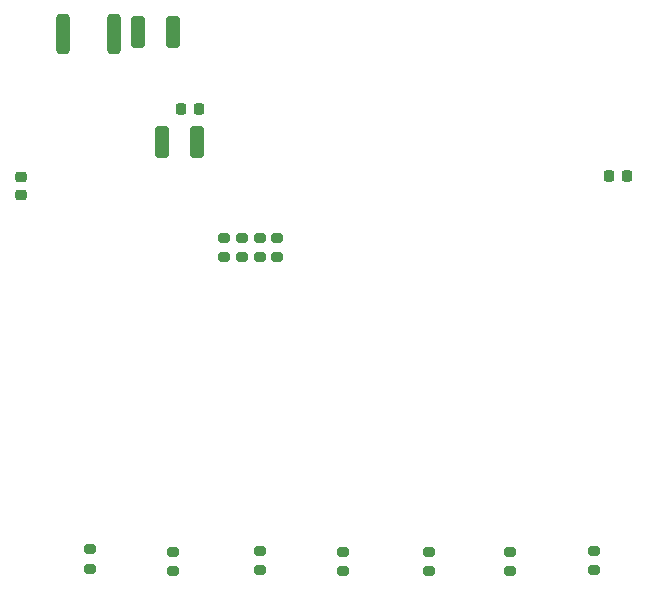
<source format=gbr>
%TF.GenerationSoftware,KiCad,Pcbnew,8.0.0*%
%TF.CreationDate,2024-09-14T23:12:03+02:00*%
%TF.ProjectId,led_stairs_controller,6c65645f-7374-4616-9972-735f636f6e74,V0.4*%
%TF.SameCoordinates,Original*%
%TF.FileFunction,Paste,Bot*%
%TF.FilePolarity,Positive*%
%FSLAX46Y46*%
G04 Gerber Fmt 4.6, Leading zero omitted, Abs format (unit mm)*
G04 Created by KiCad (PCBNEW 8.0.0) date 2024-09-14 23:12:03*
%MOMM*%
%LPD*%
G01*
G04 APERTURE LIST*
G04 Aperture macros list*
%AMRoundRect*
0 Rectangle with rounded corners*
0 $1 Rounding radius*
0 $2 $3 $4 $5 $6 $7 $8 $9 X,Y pos of 4 corners*
0 Add a 4 corners polygon primitive as box body*
4,1,4,$2,$3,$4,$5,$6,$7,$8,$9,$2,$3,0*
0 Add four circle primitives for the rounded corners*
1,1,$1+$1,$2,$3*
1,1,$1+$1,$4,$5*
1,1,$1+$1,$6,$7*
1,1,$1+$1,$8,$9*
0 Add four rect primitives between the rounded corners*
20,1,$1+$1,$2,$3,$4,$5,0*
20,1,$1+$1,$4,$5,$6,$7,0*
20,1,$1+$1,$6,$7,$8,$9,0*
20,1,$1+$1,$8,$9,$2,$3,0*%
G04 Aperture macros list end*
%ADD10RoundRect,0.225000X-0.250000X0.225000X-0.250000X-0.225000X0.250000X-0.225000X0.250000X0.225000X0*%
%ADD11RoundRect,0.200000X-0.275000X0.200000X-0.275000X-0.200000X0.275000X-0.200000X0.275000X0.200000X0*%
%ADD12RoundRect,0.250000X-0.312500X-1.450000X0.312500X-1.450000X0.312500X1.450000X-0.312500X1.450000X0*%
%ADD13RoundRect,0.225000X0.225000X0.250000X-0.225000X0.250000X-0.225000X-0.250000X0.225000X-0.250000X0*%
%ADD14RoundRect,0.225000X-0.225000X-0.250000X0.225000X-0.250000X0.225000X0.250000X-0.225000X0.250000X0*%
%ADD15RoundRect,0.200000X0.275000X-0.200000X0.275000X0.200000X-0.275000X0.200000X-0.275000X-0.200000X0*%
%ADD16RoundRect,0.250000X-0.325000X-1.100000X0.325000X-1.100000X0.325000X1.100000X-0.325000X1.100000X0*%
G04 APERTURE END LIST*
D10*
%TO.C,C5*%
X106000000Y-80425000D03*
X106000000Y-81975000D03*
%TD*%
D11*
%TO.C,R26*%
X126200000Y-85575000D03*
X126200000Y-87225000D03*
%TD*%
%TO.C,R27*%
X127700000Y-85575000D03*
X127700000Y-87225000D03*
%TD*%
D12*
%TO.C,F17*%
X109562500Y-68300000D03*
X113837500Y-68300000D03*
%TD*%
D13*
%TO.C,C2*%
X121075000Y-74700000D03*
X119525000Y-74700000D03*
%TD*%
D14*
%TO.C,C4*%
X155775000Y-80400000D03*
X157325000Y-80400000D03*
%TD*%
D11*
%TO.C,R23*%
X124700000Y-85575000D03*
X124700000Y-87225000D03*
%TD*%
D15*
%TO.C,R1*%
X111800000Y-113625000D03*
X111800000Y-111975000D03*
%TD*%
D11*
%TO.C,R22*%
X123200000Y-85575000D03*
X123200000Y-87225000D03*
%TD*%
D15*
%TO.C,R7*%
X154500000Y-113725000D03*
X154500000Y-112075000D03*
%TD*%
%TO.C,R3*%
X126200000Y-113725000D03*
X126200000Y-112075000D03*
%TD*%
D16*
%TO.C,C7*%
X117925000Y-77450000D03*
X120875000Y-77450000D03*
%TD*%
D15*
%TO.C,R4*%
X133300000Y-113825000D03*
X133300000Y-112175000D03*
%TD*%
%TO.C,R5*%
X140500000Y-113825000D03*
X140500000Y-112175000D03*
%TD*%
D16*
%TO.C,C6*%
X115875000Y-68200000D03*
X118825000Y-68200000D03*
%TD*%
D15*
%TO.C,R6*%
X147400000Y-113825000D03*
X147400000Y-112175000D03*
%TD*%
%TO.C,R2*%
X118900000Y-113825000D03*
X118900000Y-112175000D03*
%TD*%
M02*

</source>
